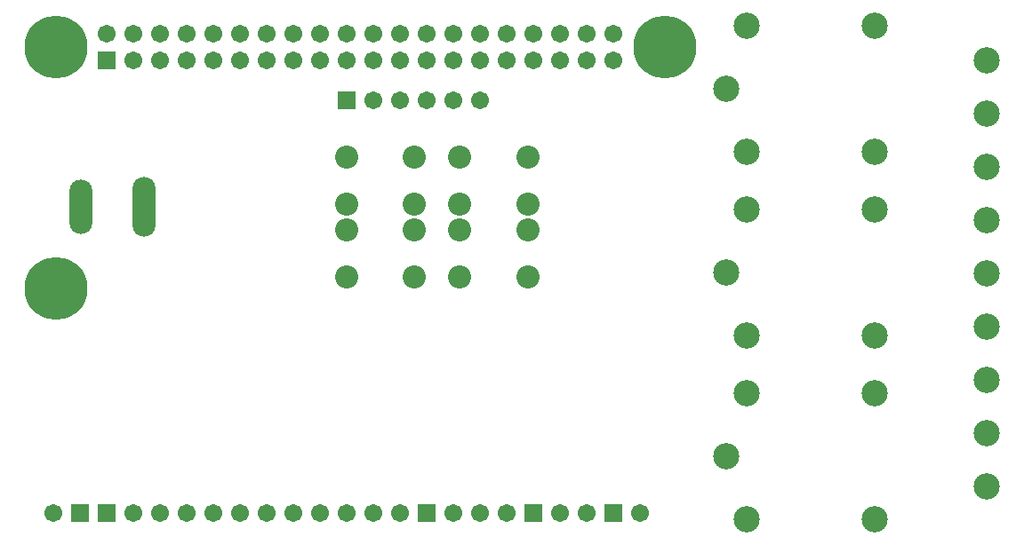
<source format=gts>
G04 Layer_Color=8388736*
%FSLAX25Y25*%
%MOIN*%
G70*
G01*
G75*
%ADD36R,0.06706X0.06706*%
%ADD37C,0.06706*%
%ADD38C,0.09855*%
%ADD39C,0.08674*%
%ADD40C,0.23622*%
%ADD41O,0.08674X0.22453*%
%ADD42O,0.08674X0.20485*%
D36*
X90000Y-15000D02*
D03*
X190000Y-170000D02*
D03*
X120000D02*
D03*
X160000D02*
D03*
X-10000D02*
D03*
X0D02*
D03*
Y0D02*
D03*
D37*
X100000Y-15000D02*
D03*
X110000D02*
D03*
X120000D02*
D03*
X130000D02*
D03*
X140000D02*
D03*
X180000Y-170000D02*
D03*
X170000D02*
D03*
X90000D02*
D03*
X100000D02*
D03*
X110000D02*
D03*
X130000D02*
D03*
X140000D02*
D03*
X150000D02*
D03*
X-20000D02*
D03*
X10000D02*
D03*
X20000D02*
D03*
X30000D02*
D03*
X40000D02*
D03*
X50000D02*
D03*
X60000D02*
D03*
X70000D02*
D03*
X190000Y10000D02*
D03*
Y0D02*
D03*
X180000Y10000D02*
D03*
Y0D02*
D03*
X170000Y10000D02*
D03*
Y0D02*
D03*
X160000Y10000D02*
D03*
Y0D02*
D03*
X150000Y10000D02*
D03*
Y0D02*
D03*
X140000Y10000D02*
D03*
Y0D02*
D03*
X130000Y10000D02*
D03*
Y0D02*
D03*
X120000Y10000D02*
D03*
Y0D02*
D03*
X110000Y10000D02*
D03*
Y0D02*
D03*
X100000Y10000D02*
D03*
Y0D02*
D03*
X90000Y10000D02*
D03*
Y0D02*
D03*
X80000Y10000D02*
D03*
Y0D02*
D03*
X70000Y10000D02*
D03*
Y0D02*
D03*
X60000Y10000D02*
D03*
Y0D02*
D03*
X50000Y10000D02*
D03*
Y0D02*
D03*
X40000Y10000D02*
D03*
Y0D02*
D03*
X30000Y10000D02*
D03*
Y0D02*
D03*
X20000Y10000D02*
D03*
Y0D02*
D03*
X10000Y10000D02*
D03*
Y0D02*
D03*
X0Y10000D02*
D03*
X200000Y-170000D02*
D03*
X80000D02*
D03*
D38*
X330000Y-120000D02*
D03*
Y-140000D02*
D03*
Y-160000D02*
D03*
X239913Y-172142D02*
D03*
X287945D02*
D03*
Y-124898D02*
D03*
X239913D02*
D03*
X232039Y-148520D02*
D03*
X330000Y0D02*
D03*
Y-20000D02*
D03*
Y-40000D02*
D03*
X239913Y-34142D02*
D03*
X287945D02*
D03*
Y13102D02*
D03*
X239913D02*
D03*
X232039Y-10520D02*
D03*
X239913Y-103142D02*
D03*
X287945D02*
D03*
Y-55898D02*
D03*
X239913D02*
D03*
X232039Y-79520D02*
D03*
X330000Y-60000D02*
D03*
Y-80000D02*
D03*
Y-100000D02*
D03*
D39*
X157795Y-63642D02*
D03*
Y-81358D02*
D03*
X132205Y-63642D02*
D03*
Y-81358D02*
D03*
X157795Y-36142D02*
D03*
Y-53858D02*
D03*
X132205Y-36142D02*
D03*
Y-53858D02*
D03*
X115295Y-36142D02*
D03*
Y-53858D02*
D03*
X89705Y-36142D02*
D03*
Y-53858D02*
D03*
X115295Y-63642D02*
D03*
Y-81358D02*
D03*
X89705Y-63642D02*
D03*
Y-81358D02*
D03*
D40*
X-19173Y-85551D02*
D03*
Y5000D02*
D03*
X209173D02*
D03*
D41*
X13937Y-55000D02*
D03*
D42*
X-9685D02*
D03*
M02*

</source>
